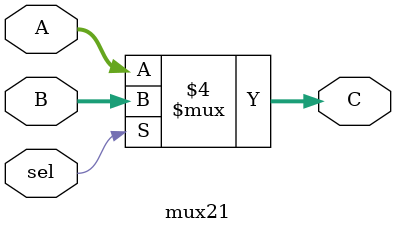
<source format=sv>
module mux21 #(parameter N=4)(input [N-1:0] A,B,input sel,output logic [N-1:0] C);
	always_comb begin
		if(!sel)C=A;
		else C=B;
	end

endmodule 
</source>
